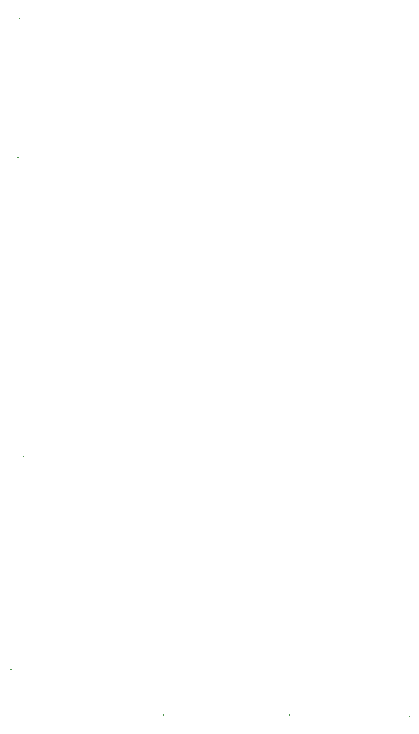
<source format=gbo>
G04*
G04 #@! TF.GenerationSoftware,Altium Limited,Altium Designer,24.4.1 (13)*
G04*
G04 Layer_Color=32896*
%FSLAX44Y44*%
%MOMM*%
G71*
G04*
G04 #@! TF.SameCoordinates,F6539689-3043-445A-A8EF-E24C1B7FCDF9*
G04*
G04*
G04 #@! TF.FilePolarity,Positive*
G04*
G01*
G75*
%ADD15C,0.0500*%
D15*
X108199Y280578D02*
Y280674D01*
X107818Y280578D02*
X108199Y280674D01*
X103505Y533655D02*
Y533750D01*
X103124Y533655D02*
X103505Y533750D01*
X104775Y651765D02*
Y651860D01*
X104394Y651765D02*
X104775Y651860D01*
X434594Y60325D02*
X434689D01*
X434594Y60706D02*
X434689Y60325D01*
X226314Y61595D02*
X226409D01*
X226314Y61976D02*
X226409Y61595D01*
X97156Y99980D02*
Y100076D01*
Y99980D02*
X97536Y100076D01*
X332994Y61595D02*
X333089D01*
X332994Y61976D02*
X333089Y61595D01*
M02*

</source>
